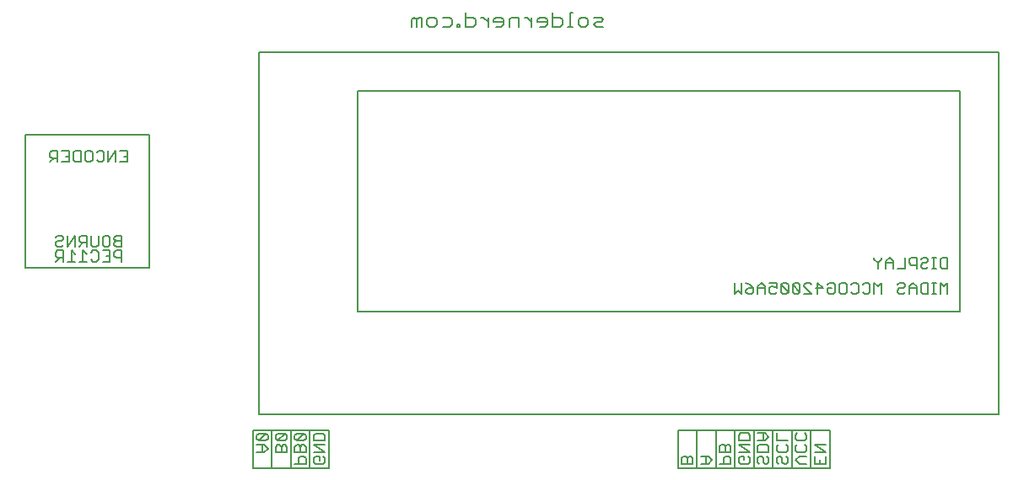
<source format=gbo>
G75*
%MOIN*%
%OFA0B0*%
%FSLAX25Y25*%
%IPPOS*%
%LPD*%
%AMOC8*
5,1,8,0,0,1.08239X$1,22.5*
%
%ADD10C,0.00591*%
%ADD11C,0.00600*%
%ADD12C,0.00800*%
D10*
X0124470Y0008750D02*
X0131970Y0008750D01*
X0131970Y0023750D01*
X0139470Y0023750D01*
X0139470Y0008750D01*
X0131970Y0008750D01*
X0124470Y0008750D02*
X0124470Y0023750D01*
X0131970Y0023750D01*
X0139470Y0023750D02*
X0146970Y0023750D01*
X0146970Y0008750D01*
X0139470Y0008750D01*
X0146970Y0008750D02*
X0154470Y0008750D01*
X0154470Y0023750D01*
X0146970Y0023750D01*
X0126808Y0029803D02*
X0419327Y0029803D01*
X0419327Y0173110D01*
X0126808Y0173110D01*
X0126808Y0029803D01*
X0165784Y0070591D02*
X0403973Y0070591D01*
X0403973Y0157913D01*
X0165784Y0157913D01*
X0165784Y0070591D01*
X0083698Y0087874D02*
X0083698Y0140630D01*
X0034485Y0140630D01*
X0034485Y0087874D01*
X0083698Y0087874D01*
X0292408Y0023750D02*
X0292408Y0008750D01*
X0299908Y0008750D01*
X0299908Y0023750D01*
X0292408Y0023750D01*
X0299908Y0023750D02*
X0307408Y0023750D01*
X0307408Y0008750D01*
X0314908Y0008750D01*
X0314908Y0023750D01*
X0307408Y0023750D01*
X0314908Y0023750D02*
X0322408Y0023750D01*
X0322408Y0008750D01*
X0329908Y0008750D01*
X0329908Y0023750D01*
X0322408Y0023750D01*
X0329908Y0023750D02*
X0337408Y0023750D01*
X0337408Y0008750D01*
X0344908Y0008750D01*
X0344908Y0023750D01*
X0337408Y0023750D01*
X0344908Y0023750D02*
X0352408Y0023750D01*
X0352408Y0008750D01*
X0344908Y0008750D01*
X0337408Y0008750D02*
X0329908Y0008750D01*
X0322408Y0008750D02*
X0314908Y0008750D01*
X0307408Y0008750D02*
X0299908Y0008750D01*
D11*
X0298362Y0010300D02*
X0298362Y0012502D01*
X0297628Y0013236D01*
X0296894Y0013236D01*
X0296160Y0012502D01*
X0296160Y0010300D01*
X0293958Y0010300D02*
X0298362Y0010300D01*
X0301458Y0010300D02*
X0304394Y0010300D01*
X0305862Y0011768D01*
X0304394Y0013236D01*
X0301458Y0013236D01*
X0303660Y0013236D02*
X0303660Y0010300D01*
X0308958Y0010300D02*
X0313362Y0010300D01*
X0313362Y0012502D01*
X0312628Y0013236D01*
X0311160Y0013236D01*
X0310426Y0012502D01*
X0310426Y0010300D01*
X0311160Y0014904D02*
X0311160Y0017106D01*
X0310426Y0017840D01*
X0309692Y0017840D01*
X0308958Y0017106D01*
X0308958Y0014904D01*
X0313362Y0014904D01*
X0313362Y0017106D01*
X0312628Y0017840D01*
X0311894Y0017840D01*
X0311160Y0017106D01*
X0316458Y0017840D02*
X0320862Y0017840D01*
X0320862Y0019508D02*
X0316458Y0019508D01*
X0316458Y0021710D01*
X0317192Y0022444D01*
X0320128Y0022444D01*
X0320862Y0021710D01*
X0320862Y0019508D01*
X0323958Y0019508D02*
X0326894Y0019508D01*
X0328362Y0020976D01*
X0326894Y0022444D01*
X0323958Y0022444D01*
X0326160Y0022444D02*
X0326160Y0019508D01*
X0324692Y0017840D02*
X0323958Y0017106D01*
X0323958Y0014904D01*
X0328362Y0014904D01*
X0328362Y0017106D01*
X0327628Y0017840D01*
X0324692Y0017840D01*
X0320862Y0014904D02*
X0316458Y0017840D01*
X0316458Y0014904D02*
X0320862Y0014904D01*
X0320128Y0013236D02*
X0320862Y0012502D01*
X0320862Y0011034D01*
X0320128Y0010300D01*
X0317192Y0010300D01*
X0316458Y0011034D01*
X0316458Y0012502D01*
X0317192Y0013236D01*
X0318660Y0013236D01*
X0318660Y0011768D01*
X0323958Y0012502D02*
X0323958Y0011034D01*
X0324692Y0010300D01*
X0326160Y0011034D02*
X0326160Y0012502D01*
X0325426Y0013236D01*
X0324692Y0013236D01*
X0323958Y0012502D01*
X0326160Y0011034D02*
X0326894Y0010300D01*
X0327628Y0010300D01*
X0328362Y0011034D01*
X0328362Y0012502D01*
X0327628Y0013236D01*
X0331458Y0012502D02*
X0331458Y0011034D01*
X0332192Y0010300D01*
X0333660Y0011034D02*
X0333660Y0012502D01*
X0332926Y0013236D01*
X0332192Y0013236D01*
X0331458Y0012502D01*
X0332192Y0014904D02*
X0331458Y0015638D01*
X0331458Y0017106D01*
X0332192Y0017840D01*
X0331458Y0019508D02*
X0331458Y0022444D01*
X0331458Y0019508D02*
X0335862Y0019508D01*
X0335128Y0017840D02*
X0335862Y0017106D01*
X0335862Y0015638D01*
X0335128Y0014904D01*
X0332192Y0014904D01*
X0335128Y0013236D02*
X0335862Y0012502D01*
X0335862Y0011034D01*
X0335128Y0010300D01*
X0334394Y0010300D01*
X0333660Y0011034D01*
X0338958Y0011768D02*
X0340426Y0013236D01*
X0343362Y0013236D01*
X0342628Y0014904D02*
X0339692Y0014904D01*
X0338958Y0015638D01*
X0338958Y0017106D01*
X0339692Y0017840D01*
X0339692Y0019508D02*
X0338958Y0020242D01*
X0338958Y0021710D01*
X0339692Y0022444D01*
X0342628Y0022444D02*
X0343362Y0021710D01*
X0343362Y0020242D01*
X0342628Y0019508D01*
X0339692Y0019508D01*
X0342628Y0017840D02*
X0343362Y0017106D01*
X0343362Y0015638D01*
X0342628Y0014904D01*
X0346458Y0014904D02*
X0350862Y0014904D01*
X0346458Y0017840D01*
X0350862Y0017840D01*
X0350862Y0013236D02*
X0350862Y0010300D01*
X0346458Y0010300D01*
X0346458Y0013236D01*
X0348660Y0011768D02*
X0348660Y0010300D01*
X0343362Y0010300D02*
X0340426Y0010300D01*
X0338958Y0011768D01*
X0296160Y0012502D02*
X0295426Y0013236D01*
X0294692Y0013236D01*
X0293958Y0012502D01*
X0293958Y0010300D01*
X0314756Y0077603D02*
X0314756Y0082007D01*
X0317691Y0082007D02*
X0317691Y0077603D01*
X0316224Y0079071D01*
X0314756Y0077603D01*
X0319360Y0078337D02*
X0319360Y0079071D01*
X0320093Y0079805D01*
X0322295Y0079805D01*
X0322295Y0078337D01*
X0321561Y0077603D01*
X0320093Y0077603D01*
X0319360Y0078337D01*
X0322295Y0079805D02*
X0320827Y0081273D01*
X0319360Y0082007D01*
X0323963Y0080539D02*
X0323963Y0077603D01*
X0323963Y0079805D02*
X0326899Y0079805D01*
X0326899Y0080539D02*
X0325431Y0082007D01*
X0323963Y0080539D01*
X0326899Y0080539D02*
X0326899Y0077603D01*
X0328567Y0078337D02*
X0328567Y0079805D01*
X0329301Y0080539D01*
X0330035Y0080539D01*
X0331503Y0079805D01*
X0331503Y0082007D01*
X0328567Y0082007D01*
X0333171Y0081273D02*
X0336107Y0078337D01*
X0335373Y0077603D01*
X0333905Y0077603D01*
X0333171Y0078337D01*
X0333171Y0081273D01*
X0333905Y0082007D01*
X0335373Y0082007D01*
X0336107Y0081273D01*
X0336107Y0078337D01*
X0337775Y0078337D02*
X0338509Y0077603D01*
X0339977Y0077603D01*
X0340711Y0078337D01*
X0337775Y0081273D01*
X0337775Y0078337D01*
X0340711Y0078337D02*
X0340711Y0081273D01*
X0339977Y0082007D01*
X0338509Y0082007D01*
X0337775Y0081273D01*
X0342379Y0081273D02*
X0342379Y0080539D01*
X0345315Y0077603D01*
X0342379Y0077603D01*
X0346983Y0079805D02*
X0349919Y0079805D01*
X0347717Y0082007D01*
X0347717Y0077603D01*
X0351587Y0078337D02*
X0351587Y0079805D01*
X0353055Y0079805D01*
X0354523Y0078337D02*
X0353789Y0077603D01*
X0352321Y0077603D01*
X0351587Y0078337D01*
X0354523Y0078337D02*
X0354523Y0081273D01*
X0353789Y0082007D01*
X0352321Y0082007D01*
X0351587Y0081273D01*
X0356191Y0081273D02*
X0356925Y0082007D01*
X0358393Y0082007D01*
X0359127Y0081273D01*
X0359127Y0078337D01*
X0358393Y0077603D01*
X0356925Y0077603D01*
X0356191Y0078337D01*
X0356191Y0081273D01*
X0360795Y0081273D02*
X0361529Y0082007D01*
X0362997Y0082007D01*
X0363731Y0081273D01*
X0363731Y0078337D01*
X0362997Y0077603D01*
X0361529Y0077603D01*
X0360795Y0078337D01*
X0365399Y0078337D02*
X0366133Y0077603D01*
X0367601Y0077603D01*
X0368335Y0078337D01*
X0368335Y0081273D01*
X0367601Y0082007D01*
X0366133Y0082007D01*
X0365399Y0081273D01*
X0370003Y0082007D02*
X0370003Y0077603D01*
X0372939Y0077603D02*
X0372939Y0082007D01*
X0371471Y0080539D01*
X0370003Y0082007D01*
X0371471Y0087603D02*
X0371471Y0089805D01*
X0370003Y0091273D01*
X0370003Y0092007D01*
X0371471Y0089805D02*
X0372939Y0091273D01*
X0372939Y0092007D01*
X0374607Y0090539D02*
X0374607Y0087603D01*
X0374607Y0089805D02*
X0377542Y0089805D01*
X0377542Y0090539D02*
X0377542Y0087603D01*
X0379211Y0087603D02*
X0382146Y0087603D01*
X0382146Y0092007D01*
X0383814Y0091273D02*
X0383814Y0089805D01*
X0384548Y0089071D01*
X0386750Y0089071D01*
X0386750Y0087603D02*
X0386750Y0092007D01*
X0384548Y0092007D01*
X0383814Y0091273D01*
X0388418Y0091273D02*
X0389152Y0092007D01*
X0390620Y0092007D01*
X0391354Y0091273D01*
X0391354Y0090539D01*
X0390620Y0089805D01*
X0389152Y0089805D01*
X0388418Y0089071D01*
X0388418Y0088337D01*
X0389152Y0087603D01*
X0390620Y0087603D01*
X0391354Y0088337D01*
X0392956Y0087603D02*
X0394423Y0087603D01*
X0393690Y0087603D02*
X0393690Y0092007D01*
X0394423Y0092007D02*
X0392956Y0092007D01*
X0396092Y0091273D02*
X0396826Y0092007D01*
X0399027Y0092007D01*
X0399027Y0087603D01*
X0396826Y0087603D01*
X0396092Y0088337D01*
X0396092Y0091273D01*
X0396092Y0082007D02*
X0396092Y0077603D01*
X0394423Y0077603D02*
X0392956Y0077603D01*
X0393690Y0077603D02*
X0393690Y0082007D01*
X0394423Y0082007D02*
X0392956Y0082007D01*
X0391354Y0082007D02*
X0389152Y0082007D01*
X0388418Y0081273D01*
X0388418Y0078337D01*
X0389152Y0077603D01*
X0391354Y0077603D01*
X0391354Y0082007D01*
X0396092Y0082007D02*
X0397560Y0080539D01*
X0399027Y0082007D01*
X0399027Y0077603D01*
X0386750Y0077603D02*
X0386750Y0080539D01*
X0385282Y0082007D01*
X0383814Y0080539D01*
X0383814Y0077603D01*
X0382146Y0078337D02*
X0381412Y0077603D01*
X0379945Y0077603D01*
X0379211Y0078337D01*
X0379211Y0079071D01*
X0379945Y0079805D01*
X0381412Y0079805D01*
X0382146Y0080539D01*
X0382146Y0081273D01*
X0381412Y0082007D01*
X0379945Y0082007D01*
X0379211Y0081273D01*
X0383814Y0079805D02*
X0386750Y0079805D01*
X0377542Y0090539D02*
X0376075Y0092007D01*
X0374607Y0090539D01*
X0345315Y0081273D02*
X0344581Y0082007D01*
X0343113Y0082007D01*
X0342379Y0081273D01*
X0331503Y0078337D02*
X0330769Y0077603D01*
X0329301Y0077603D01*
X0328567Y0078337D01*
X0152924Y0021648D02*
X0152924Y0019446D01*
X0148520Y0019446D01*
X0148520Y0021648D01*
X0149254Y0022382D01*
X0152190Y0022382D01*
X0152924Y0021648D01*
X0145424Y0021648D02*
X0145424Y0020180D01*
X0144690Y0019446D01*
X0141754Y0019446D01*
X0144690Y0022382D01*
X0141754Y0022382D01*
X0141020Y0021648D01*
X0141020Y0020180D01*
X0141754Y0019446D01*
X0141754Y0017778D02*
X0141020Y0017044D01*
X0141020Y0014842D01*
X0145424Y0014842D01*
X0145424Y0017044D01*
X0144690Y0017778D01*
X0143956Y0017778D01*
X0143222Y0017044D01*
X0143222Y0014842D01*
X0143222Y0013174D02*
X0142488Y0012440D01*
X0142488Y0010238D01*
X0141020Y0010238D02*
X0145424Y0010238D01*
X0145424Y0012440D01*
X0144690Y0013174D01*
X0143222Y0013174D01*
X0148520Y0012440D02*
X0148520Y0010972D01*
X0149254Y0010238D01*
X0152190Y0010238D01*
X0152924Y0010972D01*
X0152924Y0012440D01*
X0152190Y0013174D01*
X0150722Y0013174D02*
X0150722Y0011706D01*
X0150722Y0013174D02*
X0149254Y0013174D01*
X0148520Y0012440D01*
X0148520Y0014842D02*
X0152924Y0014842D01*
X0148520Y0017778D01*
X0152924Y0017778D01*
X0145424Y0021648D02*
X0144690Y0022382D01*
X0137924Y0021648D02*
X0137924Y0020180D01*
X0137190Y0019446D01*
X0134254Y0019446D01*
X0137190Y0022382D01*
X0134254Y0022382D01*
X0133520Y0021648D01*
X0133520Y0020180D01*
X0134254Y0019446D01*
X0134254Y0017778D02*
X0133520Y0017044D01*
X0133520Y0014842D01*
X0137924Y0014842D01*
X0137924Y0017044D01*
X0137190Y0017778D01*
X0136456Y0017778D01*
X0135722Y0017044D01*
X0135722Y0014842D01*
X0135722Y0017044D02*
X0134988Y0017778D01*
X0134254Y0017778D01*
X0130424Y0016310D02*
X0128956Y0014842D01*
X0126020Y0014842D01*
X0128222Y0014842D02*
X0128222Y0017778D01*
X0128956Y0017778D02*
X0126020Y0017778D01*
X0126754Y0019446D02*
X0129690Y0022382D01*
X0126754Y0022382D01*
X0126020Y0021648D01*
X0126020Y0020180D01*
X0126754Y0019446D01*
X0129690Y0019446D01*
X0130424Y0020180D01*
X0130424Y0021648D01*
X0129690Y0022382D01*
X0128956Y0017778D02*
X0130424Y0016310D01*
X0137190Y0022382D02*
X0137924Y0021648D01*
X0141754Y0017778D02*
X0142488Y0017778D01*
X0143222Y0017044D01*
X0072603Y0090398D02*
X0072603Y0094802D01*
X0070401Y0094802D01*
X0069667Y0094068D01*
X0069667Y0092600D01*
X0070401Y0091866D01*
X0072603Y0091866D01*
X0072603Y0096304D02*
X0070401Y0096304D01*
X0069667Y0097038D01*
X0069667Y0097772D01*
X0070401Y0098506D01*
X0072603Y0098506D01*
X0072603Y0100708D02*
X0070401Y0100708D01*
X0069667Y0099974D01*
X0069667Y0099240D01*
X0070401Y0098506D01*
X0067999Y0099974D02*
X0067999Y0097038D01*
X0067265Y0096304D01*
X0065797Y0096304D01*
X0065063Y0097038D01*
X0065063Y0099974D01*
X0065797Y0100708D01*
X0067265Y0100708D01*
X0067999Y0099974D01*
X0063395Y0100708D02*
X0063395Y0097038D01*
X0062661Y0096304D01*
X0061193Y0096304D01*
X0060459Y0097038D01*
X0060459Y0100708D01*
X0058791Y0100708D02*
X0056589Y0100708D01*
X0055855Y0099974D01*
X0055855Y0098506D01*
X0056589Y0097772D01*
X0058791Y0097772D01*
X0057323Y0097772D02*
X0055855Y0096304D01*
X0054187Y0096304D02*
X0054187Y0100708D01*
X0051251Y0096304D01*
X0051251Y0100708D01*
X0049583Y0099974D02*
X0049583Y0099240D01*
X0048849Y0098506D01*
X0047382Y0098506D01*
X0046648Y0097772D01*
X0046648Y0097038D01*
X0047382Y0096304D01*
X0048849Y0096304D01*
X0049583Y0097038D01*
X0049583Y0094802D02*
X0047382Y0094802D01*
X0046648Y0094068D01*
X0046648Y0092600D01*
X0047382Y0091866D01*
X0049583Y0091866D01*
X0048115Y0091866D02*
X0046648Y0090398D01*
X0049583Y0090398D02*
X0049583Y0094802D01*
X0052719Y0094802D02*
X0054187Y0093334D01*
X0052719Y0094802D02*
X0052719Y0090398D01*
X0054187Y0090398D02*
X0051251Y0090398D01*
X0055855Y0090398D02*
X0058791Y0090398D01*
X0057323Y0090398D02*
X0057323Y0094802D01*
X0058791Y0093334D01*
X0060459Y0094068D02*
X0061193Y0094802D01*
X0062661Y0094802D01*
X0063395Y0094068D01*
X0063395Y0091132D01*
X0062661Y0090398D01*
X0061193Y0090398D01*
X0060459Y0091132D01*
X0065063Y0090398D02*
X0067999Y0090398D01*
X0067999Y0094802D01*
X0065063Y0094802D01*
X0066531Y0092600D02*
X0067999Y0092600D01*
X0072603Y0096304D02*
X0072603Y0100708D01*
X0058791Y0100708D02*
X0058791Y0096304D01*
X0049583Y0099974D02*
X0048849Y0100708D01*
X0047382Y0100708D01*
X0046648Y0099974D01*
X0047281Y0129769D02*
X0047281Y0134172D01*
X0045080Y0134172D01*
X0044346Y0133438D01*
X0044346Y0131970D01*
X0045080Y0131236D01*
X0047281Y0131236D01*
X0045814Y0131236D02*
X0044346Y0129769D01*
X0048950Y0129769D02*
X0051885Y0129769D01*
X0051885Y0134172D01*
X0048950Y0134172D01*
X0050417Y0131970D02*
X0051885Y0131970D01*
X0053553Y0130502D02*
X0053553Y0133438D01*
X0054287Y0134172D01*
X0056489Y0134172D01*
X0056489Y0129769D01*
X0054287Y0129769D01*
X0053553Y0130502D01*
X0058157Y0130502D02*
X0058157Y0133438D01*
X0058891Y0134172D01*
X0060359Y0134172D01*
X0061093Y0133438D01*
X0061093Y0130502D01*
X0060359Y0129769D01*
X0058891Y0129769D01*
X0058157Y0130502D01*
X0062761Y0130502D02*
X0063495Y0129769D01*
X0064963Y0129769D01*
X0065697Y0130502D01*
X0065697Y0133438D01*
X0064963Y0134172D01*
X0063495Y0134172D01*
X0062761Y0133438D01*
X0067365Y0134172D02*
X0067365Y0129769D01*
X0070301Y0134172D01*
X0070301Y0129769D01*
X0071969Y0129769D02*
X0074905Y0129769D01*
X0074905Y0134172D01*
X0071969Y0134172D01*
X0073437Y0131970D02*
X0074905Y0131970D01*
D12*
X0187257Y0183202D02*
X0187257Y0186105D01*
X0188225Y0187072D01*
X0189192Y0186105D01*
X0189192Y0183202D01*
X0191127Y0183202D02*
X0191127Y0187072D01*
X0190160Y0187072D01*
X0189192Y0186105D01*
X0193335Y0186105D02*
X0193335Y0184170D01*
X0194302Y0183202D01*
X0196237Y0183202D01*
X0197205Y0184170D01*
X0197205Y0186105D01*
X0196237Y0187072D01*
X0194302Y0187072D01*
X0193335Y0186105D01*
X0199412Y0187072D02*
X0202314Y0187072D01*
X0203282Y0186105D01*
X0203282Y0184170D01*
X0202314Y0183202D01*
X0199412Y0183202D01*
X0205353Y0183202D02*
X0206320Y0183202D01*
X0206320Y0184170D01*
X0205353Y0184170D01*
X0205353Y0183202D01*
X0208528Y0183202D02*
X0211430Y0183202D01*
X0212398Y0184170D01*
X0212398Y0186105D01*
X0211430Y0187072D01*
X0208528Y0187072D01*
X0208528Y0189007D02*
X0208528Y0183202D01*
X0214559Y0187072D02*
X0215527Y0187072D01*
X0217462Y0185137D01*
X0217462Y0183202D02*
X0217462Y0187072D01*
X0219669Y0186105D02*
X0220637Y0187072D01*
X0222572Y0187072D01*
X0223539Y0186105D01*
X0223539Y0184170D01*
X0222572Y0183202D01*
X0220637Y0183202D01*
X0219669Y0185137D02*
X0223539Y0185137D01*
X0225746Y0186105D02*
X0225746Y0183202D01*
X0225746Y0186105D02*
X0226714Y0187072D01*
X0229616Y0187072D01*
X0229616Y0183202D01*
X0231778Y0187072D02*
X0232746Y0187072D01*
X0234681Y0185137D01*
X0234681Y0183202D02*
X0234681Y0187072D01*
X0236888Y0186105D02*
X0237855Y0187072D01*
X0239790Y0187072D01*
X0240758Y0186105D01*
X0240758Y0184170D01*
X0239790Y0183202D01*
X0237855Y0183202D01*
X0236888Y0185137D02*
X0240758Y0185137D01*
X0242965Y0183202D02*
X0245868Y0183202D01*
X0246835Y0184170D01*
X0246835Y0186105D01*
X0245868Y0187072D01*
X0242965Y0187072D01*
X0242965Y0189007D02*
X0242965Y0183202D01*
X0236888Y0185137D02*
X0236888Y0186105D01*
X0248952Y0183202D02*
X0250886Y0183202D01*
X0249919Y0183202D02*
X0249919Y0189007D01*
X0250886Y0189007D01*
X0253094Y0186105D02*
X0254061Y0187072D01*
X0255996Y0187072D01*
X0256964Y0186105D01*
X0256964Y0184170D01*
X0255996Y0183202D01*
X0254061Y0183202D01*
X0253094Y0184170D01*
X0253094Y0186105D01*
X0259171Y0187072D02*
X0262073Y0187072D01*
X0263041Y0186105D01*
X0262073Y0185137D01*
X0260138Y0185137D01*
X0259171Y0184170D01*
X0260138Y0183202D01*
X0263041Y0183202D01*
X0219669Y0185137D02*
X0219669Y0186105D01*
M02*

</source>
